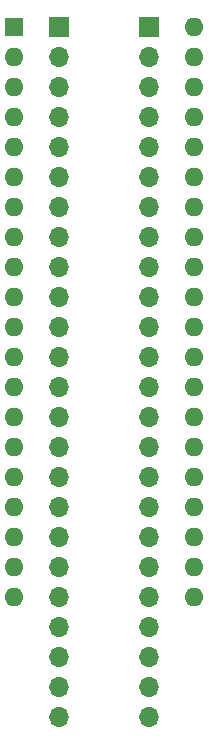
<source format=gbr>
G04 #@! TF.GenerationSoftware,KiCad,Pcbnew,8.0.4+dfsg-1*
G04 #@! TF.CreationDate,2025-02-23T14:16:06+09:00*
G04 #@! TF.ProjectId,bionic-mc68hc11d,62696f6e-6963-42d6-9d63-363868633131,8*
G04 #@! TF.SameCoordinates,Original*
G04 #@! TF.FileFunction,Soldermask,Bot*
G04 #@! TF.FilePolarity,Negative*
%FSLAX46Y46*%
G04 Gerber Fmt 4.6, Leading zero omitted, Abs format (unit mm)*
G04 Created by KiCad (PCBNEW 8.0.4+dfsg-1) date 2025-02-23 14:16:06*
%MOMM*%
%LPD*%
G01*
G04 APERTURE LIST*
%ADD10R,1.600000X1.600000*%
%ADD11O,1.600000X1.600000*%
%ADD12O,1.700000X1.700000*%
%ADD13R,1.700000X1.700000*%
G04 APERTURE END LIST*
D10*
X149260000Y-62380000D03*
D11*
X149260000Y-64920000D03*
X149260000Y-67460000D03*
X149260000Y-70000000D03*
X149260000Y-72540000D03*
X149260000Y-75080000D03*
X149260000Y-77620000D03*
X149260000Y-80160000D03*
X149260000Y-82700000D03*
X149260000Y-85240000D03*
X149260000Y-87780000D03*
X149260000Y-90320000D03*
X149260000Y-92860000D03*
X149260000Y-95400000D03*
X149260000Y-97940000D03*
X149260000Y-100480000D03*
X149260000Y-103020000D03*
X149260000Y-105560000D03*
X149260000Y-108100000D03*
X149260000Y-110640000D03*
X164500000Y-110640000D03*
X164500000Y-108100000D03*
X164500000Y-105560000D03*
X164500000Y-103020000D03*
X164500000Y-100480000D03*
X164500000Y-97940000D03*
X164500000Y-95400000D03*
X164500000Y-92860000D03*
X164500000Y-90320000D03*
X164500000Y-87780000D03*
X164500000Y-85240000D03*
X164500000Y-82700000D03*
X164500000Y-80160000D03*
X164500000Y-77620000D03*
X164500000Y-75080000D03*
X164500000Y-72540000D03*
X164500000Y-70000000D03*
X164500000Y-67460000D03*
X164500000Y-64920000D03*
X164500000Y-62380000D03*
D12*
X160690000Y-120800000D03*
X160690000Y-118260000D03*
X160690000Y-115720000D03*
X160690000Y-113180000D03*
X160690000Y-110640000D03*
X160690000Y-108100000D03*
X160690000Y-105560000D03*
X160690000Y-103020000D03*
X160690000Y-100480000D03*
X160690000Y-97940000D03*
X160690000Y-95400000D03*
X160690000Y-92860000D03*
X160690000Y-90320000D03*
X160690000Y-87780000D03*
X160690000Y-85240000D03*
X160690000Y-82700000D03*
X160690000Y-80160000D03*
X160690000Y-77620000D03*
X160690000Y-75080000D03*
X160690000Y-72540000D03*
X160690000Y-70000000D03*
X160690000Y-67460000D03*
X160690000Y-64920000D03*
D13*
X160690000Y-62380000D03*
X153070000Y-62380000D03*
D12*
X153070000Y-64920000D03*
X153070000Y-67460000D03*
X153070000Y-70000000D03*
X153070000Y-72540000D03*
X153070000Y-75080000D03*
X153070000Y-77620000D03*
X153070000Y-80160000D03*
X153070000Y-82700000D03*
X153070000Y-85240000D03*
X153070000Y-87780000D03*
X153070000Y-90320000D03*
X153070000Y-92860000D03*
X153070000Y-95400000D03*
X153070000Y-97940000D03*
X153070000Y-100480000D03*
X153070000Y-103020000D03*
X153070000Y-105560000D03*
X153070000Y-108100000D03*
X153070000Y-110640000D03*
X153070000Y-113180000D03*
X153070000Y-115720000D03*
X153070000Y-118260000D03*
X153070000Y-120800000D03*
M02*

</source>
